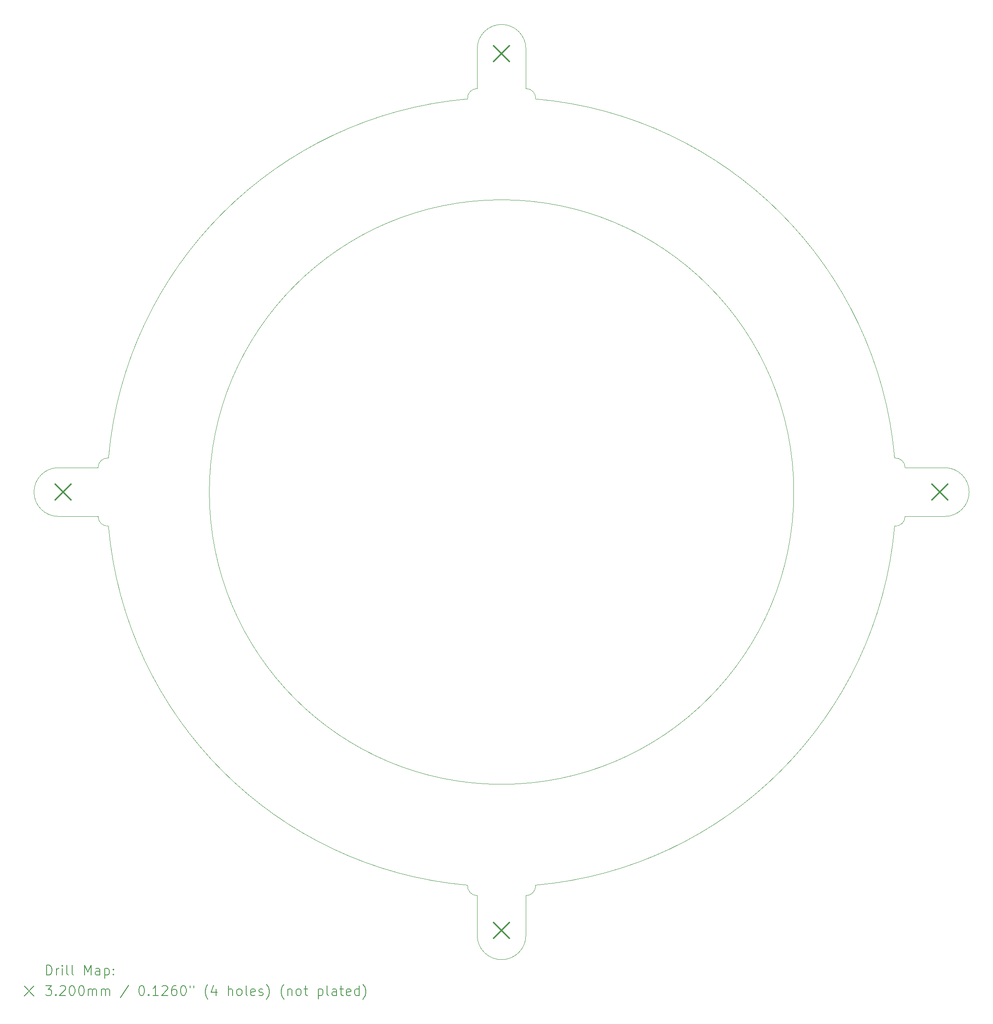
<source format=gbr>
%TF.GenerationSoftware,KiCad,Pcbnew,8.0.7*%
%TF.CreationDate,2025-02-08T00:47:40+09:00*%
%TF.ProjectId,LINESensorV1,4c494e45-5365-46e7-936f-7256312e6b69,rev?*%
%TF.SameCoordinates,Original*%
%TF.FileFunction,Drillmap*%
%TF.FilePolarity,Positive*%
%FSLAX45Y45*%
G04 Gerber Fmt 4.5, Leading zero omitted, Abs format (unit mm)*
G04 Created by KiCad (PCBNEW 8.0.7) date 2025-02-08 00:47:40*
%MOMM*%
%LPD*%
G01*
G04 APERTURE LIST*
%ADD10C,0.050000*%
%ADD11C,0.200000*%
%ADD12C,0.320000*%
G04 APERTURE END LIST*
D10*
X21500000Y-5901000D02*
X21500000Y-6715000D01*
X12930081Y-14300007D02*
G75*
G02*
X20300566Y-6930033I8069919J-699993D01*
G01*
X27000000Y-15000000D02*
G75*
G02*
X15000000Y-15000000I-6000000J0D01*
G01*
X15000000Y-15000000D02*
G75*
G02*
X27000000Y-15000000I6000000J0D01*
G01*
X12930033Y-15699437D02*
G75*
G02*
X12715000Y-15501000I-15033J199437D01*
G01*
X20500000Y-5901000D02*
G75*
G02*
X21500000Y-5901000I500000J1000D01*
G01*
X21699441Y-6929951D02*
G75*
G02*
X29070000Y-14300000I-699441J-8070048D01*
G01*
X11900000Y-15500000D02*
G75*
G02*
X11900000Y-14500000I0J500000D01*
G01*
X20500000Y-5901000D02*
X20500000Y-6715000D01*
X29070000Y-14300000D02*
G75*
G02*
X29285562Y-14500000I15000J-200000D01*
G01*
X20300493Y-23070964D02*
G75*
G02*
X12929037Y-15699523I699507J8070964D01*
G01*
X21500000Y-6715000D02*
G75*
G02*
X21699440Y-6929958I0J-200000D01*
G01*
X30100000Y-15500000D02*
X29285562Y-15500000D01*
X21700000Y-23070000D02*
G75*
G02*
X21500000Y-23285562I-200000J-15000D01*
G01*
X29285562Y-15500000D02*
G75*
G02*
X29070000Y-15700000I-200562J0D01*
G01*
X20500000Y-23285000D02*
G75*
G02*
X20300493Y-23070964I0J200000D01*
G01*
X30100000Y-14500000D02*
X29285562Y-14500000D01*
X12715000Y-15501000D02*
X11900000Y-15500000D01*
X21500000Y-24100000D02*
G75*
G02*
X20500000Y-24100000I-500000J0D01*
G01*
X11900000Y-14500000D02*
X12714441Y-14499002D01*
X30100000Y-14500000D02*
G75*
G02*
X30100000Y-15500000I0J-500000D01*
G01*
X29070000Y-15700000D02*
G75*
G02*
X21700000Y-23070000I-8070000J700000D01*
G01*
X21500000Y-23285562D02*
X21500000Y-24100000D01*
X12714441Y-14499002D02*
G75*
G02*
X12930000Y-14300000I200559J-998D01*
G01*
X20500000Y-23285000D02*
X20500000Y-24100000D01*
X20300566Y-6930033D02*
G75*
G02*
X20500000Y-6715000I199434J15033D01*
G01*
D11*
D12*
X11840000Y-14840000D02*
X12160000Y-15160000D01*
X12160000Y-14840000D02*
X11840000Y-15160000D01*
X20840000Y-5840000D02*
X21160000Y-6160000D01*
X21160000Y-5840000D02*
X20840000Y-6160000D01*
X20840000Y-23840000D02*
X21160000Y-24160000D01*
X21160000Y-23840000D02*
X20840000Y-24160000D01*
X29840000Y-14840000D02*
X30160000Y-15160000D01*
X30160000Y-14840000D02*
X29840000Y-15160000D01*
D11*
X11658277Y-24913984D02*
X11658277Y-24713984D01*
X11658277Y-24713984D02*
X11705896Y-24713984D01*
X11705896Y-24713984D02*
X11734467Y-24723508D01*
X11734467Y-24723508D02*
X11753515Y-24742555D01*
X11753515Y-24742555D02*
X11763039Y-24761603D01*
X11763039Y-24761603D02*
X11772562Y-24799698D01*
X11772562Y-24799698D02*
X11772562Y-24828269D01*
X11772562Y-24828269D02*
X11763039Y-24866365D01*
X11763039Y-24866365D02*
X11753515Y-24885412D01*
X11753515Y-24885412D02*
X11734467Y-24904460D01*
X11734467Y-24904460D02*
X11705896Y-24913984D01*
X11705896Y-24913984D02*
X11658277Y-24913984D01*
X11858277Y-24913984D02*
X11858277Y-24780650D01*
X11858277Y-24818746D02*
X11867801Y-24799698D01*
X11867801Y-24799698D02*
X11877324Y-24790174D01*
X11877324Y-24790174D02*
X11896372Y-24780650D01*
X11896372Y-24780650D02*
X11915420Y-24780650D01*
X11982086Y-24913984D02*
X11982086Y-24780650D01*
X11982086Y-24713984D02*
X11972562Y-24723508D01*
X11972562Y-24723508D02*
X11982086Y-24733031D01*
X11982086Y-24733031D02*
X11991610Y-24723508D01*
X11991610Y-24723508D02*
X11982086Y-24713984D01*
X11982086Y-24713984D02*
X11982086Y-24733031D01*
X12105896Y-24913984D02*
X12086848Y-24904460D01*
X12086848Y-24904460D02*
X12077324Y-24885412D01*
X12077324Y-24885412D02*
X12077324Y-24713984D01*
X12210658Y-24913984D02*
X12191610Y-24904460D01*
X12191610Y-24904460D02*
X12182086Y-24885412D01*
X12182086Y-24885412D02*
X12182086Y-24713984D01*
X12439229Y-24913984D02*
X12439229Y-24713984D01*
X12439229Y-24713984D02*
X12505896Y-24856841D01*
X12505896Y-24856841D02*
X12572562Y-24713984D01*
X12572562Y-24713984D02*
X12572562Y-24913984D01*
X12753515Y-24913984D02*
X12753515Y-24809222D01*
X12753515Y-24809222D02*
X12743991Y-24790174D01*
X12743991Y-24790174D02*
X12724943Y-24780650D01*
X12724943Y-24780650D02*
X12686848Y-24780650D01*
X12686848Y-24780650D02*
X12667801Y-24790174D01*
X12753515Y-24904460D02*
X12734467Y-24913984D01*
X12734467Y-24913984D02*
X12686848Y-24913984D01*
X12686848Y-24913984D02*
X12667801Y-24904460D01*
X12667801Y-24904460D02*
X12658277Y-24885412D01*
X12658277Y-24885412D02*
X12658277Y-24866365D01*
X12658277Y-24866365D02*
X12667801Y-24847317D01*
X12667801Y-24847317D02*
X12686848Y-24837793D01*
X12686848Y-24837793D02*
X12734467Y-24837793D01*
X12734467Y-24837793D02*
X12753515Y-24828269D01*
X12848753Y-24780650D02*
X12848753Y-24980650D01*
X12848753Y-24790174D02*
X12867801Y-24780650D01*
X12867801Y-24780650D02*
X12905896Y-24780650D01*
X12905896Y-24780650D02*
X12924943Y-24790174D01*
X12924943Y-24790174D02*
X12934467Y-24799698D01*
X12934467Y-24799698D02*
X12943991Y-24818746D01*
X12943991Y-24818746D02*
X12943991Y-24875888D01*
X12943991Y-24875888D02*
X12934467Y-24894936D01*
X12934467Y-24894936D02*
X12924943Y-24904460D01*
X12924943Y-24904460D02*
X12905896Y-24913984D01*
X12905896Y-24913984D02*
X12867801Y-24913984D01*
X12867801Y-24913984D02*
X12848753Y-24904460D01*
X13029705Y-24894936D02*
X13039229Y-24904460D01*
X13039229Y-24904460D02*
X13029705Y-24913984D01*
X13029705Y-24913984D02*
X13020182Y-24904460D01*
X13020182Y-24904460D02*
X13029705Y-24894936D01*
X13029705Y-24894936D02*
X13029705Y-24913984D01*
X13029705Y-24790174D02*
X13039229Y-24799698D01*
X13039229Y-24799698D02*
X13029705Y-24809222D01*
X13029705Y-24809222D02*
X13020182Y-24799698D01*
X13020182Y-24799698D02*
X13029705Y-24790174D01*
X13029705Y-24790174D02*
X13029705Y-24809222D01*
X11197500Y-25142500D02*
X11397500Y-25342500D01*
X11397500Y-25142500D02*
X11197500Y-25342500D01*
X11639229Y-25133984D02*
X11763039Y-25133984D01*
X11763039Y-25133984D02*
X11696372Y-25210174D01*
X11696372Y-25210174D02*
X11724943Y-25210174D01*
X11724943Y-25210174D02*
X11743991Y-25219698D01*
X11743991Y-25219698D02*
X11753515Y-25229222D01*
X11753515Y-25229222D02*
X11763039Y-25248269D01*
X11763039Y-25248269D02*
X11763039Y-25295888D01*
X11763039Y-25295888D02*
X11753515Y-25314936D01*
X11753515Y-25314936D02*
X11743991Y-25324460D01*
X11743991Y-25324460D02*
X11724943Y-25333984D01*
X11724943Y-25333984D02*
X11667801Y-25333984D01*
X11667801Y-25333984D02*
X11648753Y-25324460D01*
X11648753Y-25324460D02*
X11639229Y-25314936D01*
X11848753Y-25314936D02*
X11858277Y-25324460D01*
X11858277Y-25324460D02*
X11848753Y-25333984D01*
X11848753Y-25333984D02*
X11839229Y-25324460D01*
X11839229Y-25324460D02*
X11848753Y-25314936D01*
X11848753Y-25314936D02*
X11848753Y-25333984D01*
X11934467Y-25153031D02*
X11943991Y-25143508D01*
X11943991Y-25143508D02*
X11963039Y-25133984D01*
X11963039Y-25133984D02*
X12010658Y-25133984D01*
X12010658Y-25133984D02*
X12029705Y-25143508D01*
X12029705Y-25143508D02*
X12039229Y-25153031D01*
X12039229Y-25153031D02*
X12048753Y-25172079D01*
X12048753Y-25172079D02*
X12048753Y-25191127D01*
X12048753Y-25191127D02*
X12039229Y-25219698D01*
X12039229Y-25219698D02*
X11924943Y-25333984D01*
X11924943Y-25333984D02*
X12048753Y-25333984D01*
X12172562Y-25133984D02*
X12191610Y-25133984D01*
X12191610Y-25133984D02*
X12210658Y-25143508D01*
X12210658Y-25143508D02*
X12220182Y-25153031D01*
X12220182Y-25153031D02*
X12229705Y-25172079D01*
X12229705Y-25172079D02*
X12239229Y-25210174D01*
X12239229Y-25210174D02*
X12239229Y-25257793D01*
X12239229Y-25257793D02*
X12229705Y-25295888D01*
X12229705Y-25295888D02*
X12220182Y-25314936D01*
X12220182Y-25314936D02*
X12210658Y-25324460D01*
X12210658Y-25324460D02*
X12191610Y-25333984D01*
X12191610Y-25333984D02*
X12172562Y-25333984D01*
X12172562Y-25333984D02*
X12153515Y-25324460D01*
X12153515Y-25324460D02*
X12143991Y-25314936D01*
X12143991Y-25314936D02*
X12134467Y-25295888D01*
X12134467Y-25295888D02*
X12124943Y-25257793D01*
X12124943Y-25257793D02*
X12124943Y-25210174D01*
X12124943Y-25210174D02*
X12134467Y-25172079D01*
X12134467Y-25172079D02*
X12143991Y-25153031D01*
X12143991Y-25153031D02*
X12153515Y-25143508D01*
X12153515Y-25143508D02*
X12172562Y-25133984D01*
X12363039Y-25133984D02*
X12382086Y-25133984D01*
X12382086Y-25133984D02*
X12401134Y-25143508D01*
X12401134Y-25143508D02*
X12410658Y-25153031D01*
X12410658Y-25153031D02*
X12420182Y-25172079D01*
X12420182Y-25172079D02*
X12429705Y-25210174D01*
X12429705Y-25210174D02*
X12429705Y-25257793D01*
X12429705Y-25257793D02*
X12420182Y-25295888D01*
X12420182Y-25295888D02*
X12410658Y-25314936D01*
X12410658Y-25314936D02*
X12401134Y-25324460D01*
X12401134Y-25324460D02*
X12382086Y-25333984D01*
X12382086Y-25333984D02*
X12363039Y-25333984D01*
X12363039Y-25333984D02*
X12343991Y-25324460D01*
X12343991Y-25324460D02*
X12334467Y-25314936D01*
X12334467Y-25314936D02*
X12324943Y-25295888D01*
X12324943Y-25295888D02*
X12315420Y-25257793D01*
X12315420Y-25257793D02*
X12315420Y-25210174D01*
X12315420Y-25210174D02*
X12324943Y-25172079D01*
X12324943Y-25172079D02*
X12334467Y-25153031D01*
X12334467Y-25153031D02*
X12343991Y-25143508D01*
X12343991Y-25143508D02*
X12363039Y-25133984D01*
X12515420Y-25333984D02*
X12515420Y-25200650D01*
X12515420Y-25219698D02*
X12524943Y-25210174D01*
X12524943Y-25210174D02*
X12543991Y-25200650D01*
X12543991Y-25200650D02*
X12572563Y-25200650D01*
X12572563Y-25200650D02*
X12591610Y-25210174D01*
X12591610Y-25210174D02*
X12601134Y-25229222D01*
X12601134Y-25229222D02*
X12601134Y-25333984D01*
X12601134Y-25229222D02*
X12610658Y-25210174D01*
X12610658Y-25210174D02*
X12629705Y-25200650D01*
X12629705Y-25200650D02*
X12658277Y-25200650D01*
X12658277Y-25200650D02*
X12677324Y-25210174D01*
X12677324Y-25210174D02*
X12686848Y-25229222D01*
X12686848Y-25229222D02*
X12686848Y-25333984D01*
X12782086Y-25333984D02*
X12782086Y-25200650D01*
X12782086Y-25219698D02*
X12791610Y-25210174D01*
X12791610Y-25210174D02*
X12810658Y-25200650D01*
X12810658Y-25200650D02*
X12839229Y-25200650D01*
X12839229Y-25200650D02*
X12858277Y-25210174D01*
X12858277Y-25210174D02*
X12867801Y-25229222D01*
X12867801Y-25229222D02*
X12867801Y-25333984D01*
X12867801Y-25229222D02*
X12877324Y-25210174D01*
X12877324Y-25210174D02*
X12896372Y-25200650D01*
X12896372Y-25200650D02*
X12924943Y-25200650D01*
X12924943Y-25200650D02*
X12943991Y-25210174D01*
X12943991Y-25210174D02*
X12953515Y-25229222D01*
X12953515Y-25229222D02*
X12953515Y-25333984D01*
X13343991Y-25124460D02*
X13172563Y-25381603D01*
X13601134Y-25133984D02*
X13620182Y-25133984D01*
X13620182Y-25133984D02*
X13639229Y-25143508D01*
X13639229Y-25143508D02*
X13648753Y-25153031D01*
X13648753Y-25153031D02*
X13658277Y-25172079D01*
X13658277Y-25172079D02*
X13667801Y-25210174D01*
X13667801Y-25210174D02*
X13667801Y-25257793D01*
X13667801Y-25257793D02*
X13658277Y-25295888D01*
X13658277Y-25295888D02*
X13648753Y-25314936D01*
X13648753Y-25314936D02*
X13639229Y-25324460D01*
X13639229Y-25324460D02*
X13620182Y-25333984D01*
X13620182Y-25333984D02*
X13601134Y-25333984D01*
X13601134Y-25333984D02*
X13582086Y-25324460D01*
X13582086Y-25324460D02*
X13572563Y-25314936D01*
X13572563Y-25314936D02*
X13563039Y-25295888D01*
X13563039Y-25295888D02*
X13553515Y-25257793D01*
X13553515Y-25257793D02*
X13553515Y-25210174D01*
X13553515Y-25210174D02*
X13563039Y-25172079D01*
X13563039Y-25172079D02*
X13572563Y-25153031D01*
X13572563Y-25153031D02*
X13582086Y-25143508D01*
X13582086Y-25143508D02*
X13601134Y-25133984D01*
X13753515Y-25314936D02*
X13763039Y-25324460D01*
X13763039Y-25324460D02*
X13753515Y-25333984D01*
X13753515Y-25333984D02*
X13743991Y-25324460D01*
X13743991Y-25324460D02*
X13753515Y-25314936D01*
X13753515Y-25314936D02*
X13753515Y-25333984D01*
X13953515Y-25333984D02*
X13839229Y-25333984D01*
X13896372Y-25333984D02*
X13896372Y-25133984D01*
X13896372Y-25133984D02*
X13877325Y-25162555D01*
X13877325Y-25162555D02*
X13858277Y-25181603D01*
X13858277Y-25181603D02*
X13839229Y-25191127D01*
X14029706Y-25153031D02*
X14039229Y-25143508D01*
X14039229Y-25143508D02*
X14058277Y-25133984D01*
X14058277Y-25133984D02*
X14105896Y-25133984D01*
X14105896Y-25133984D02*
X14124944Y-25143508D01*
X14124944Y-25143508D02*
X14134467Y-25153031D01*
X14134467Y-25153031D02*
X14143991Y-25172079D01*
X14143991Y-25172079D02*
X14143991Y-25191127D01*
X14143991Y-25191127D02*
X14134467Y-25219698D01*
X14134467Y-25219698D02*
X14020182Y-25333984D01*
X14020182Y-25333984D02*
X14143991Y-25333984D01*
X14315420Y-25133984D02*
X14277325Y-25133984D01*
X14277325Y-25133984D02*
X14258277Y-25143508D01*
X14258277Y-25143508D02*
X14248753Y-25153031D01*
X14248753Y-25153031D02*
X14229706Y-25181603D01*
X14229706Y-25181603D02*
X14220182Y-25219698D01*
X14220182Y-25219698D02*
X14220182Y-25295888D01*
X14220182Y-25295888D02*
X14229706Y-25314936D01*
X14229706Y-25314936D02*
X14239229Y-25324460D01*
X14239229Y-25324460D02*
X14258277Y-25333984D01*
X14258277Y-25333984D02*
X14296372Y-25333984D01*
X14296372Y-25333984D02*
X14315420Y-25324460D01*
X14315420Y-25324460D02*
X14324944Y-25314936D01*
X14324944Y-25314936D02*
X14334467Y-25295888D01*
X14334467Y-25295888D02*
X14334467Y-25248269D01*
X14334467Y-25248269D02*
X14324944Y-25229222D01*
X14324944Y-25229222D02*
X14315420Y-25219698D01*
X14315420Y-25219698D02*
X14296372Y-25210174D01*
X14296372Y-25210174D02*
X14258277Y-25210174D01*
X14258277Y-25210174D02*
X14239229Y-25219698D01*
X14239229Y-25219698D02*
X14229706Y-25229222D01*
X14229706Y-25229222D02*
X14220182Y-25248269D01*
X14458277Y-25133984D02*
X14477325Y-25133984D01*
X14477325Y-25133984D02*
X14496372Y-25143508D01*
X14496372Y-25143508D02*
X14505896Y-25153031D01*
X14505896Y-25153031D02*
X14515420Y-25172079D01*
X14515420Y-25172079D02*
X14524944Y-25210174D01*
X14524944Y-25210174D02*
X14524944Y-25257793D01*
X14524944Y-25257793D02*
X14515420Y-25295888D01*
X14515420Y-25295888D02*
X14505896Y-25314936D01*
X14505896Y-25314936D02*
X14496372Y-25324460D01*
X14496372Y-25324460D02*
X14477325Y-25333984D01*
X14477325Y-25333984D02*
X14458277Y-25333984D01*
X14458277Y-25333984D02*
X14439229Y-25324460D01*
X14439229Y-25324460D02*
X14429706Y-25314936D01*
X14429706Y-25314936D02*
X14420182Y-25295888D01*
X14420182Y-25295888D02*
X14410658Y-25257793D01*
X14410658Y-25257793D02*
X14410658Y-25210174D01*
X14410658Y-25210174D02*
X14420182Y-25172079D01*
X14420182Y-25172079D02*
X14429706Y-25153031D01*
X14429706Y-25153031D02*
X14439229Y-25143508D01*
X14439229Y-25143508D02*
X14458277Y-25133984D01*
X14601134Y-25133984D02*
X14601134Y-25172079D01*
X14677325Y-25133984D02*
X14677325Y-25172079D01*
X14972563Y-25410174D02*
X14963039Y-25400650D01*
X14963039Y-25400650D02*
X14943991Y-25372079D01*
X14943991Y-25372079D02*
X14934468Y-25353031D01*
X14934468Y-25353031D02*
X14924944Y-25324460D01*
X14924944Y-25324460D02*
X14915420Y-25276841D01*
X14915420Y-25276841D02*
X14915420Y-25238746D01*
X14915420Y-25238746D02*
X14924944Y-25191127D01*
X14924944Y-25191127D02*
X14934468Y-25162555D01*
X14934468Y-25162555D02*
X14943991Y-25143508D01*
X14943991Y-25143508D02*
X14963039Y-25114936D01*
X14963039Y-25114936D02*
X14972563Y-25105412D01*
X15134468Y-25200650D02*
X15134468Y-25333984D01*
X15086848Y-25124460D02*
X15039229Y-25267317D01*
X15039229Y-25267317D02*
X15163039Y-25267317D01*
X15391610Y-25333984D02*
X15391610Y-25133984D01*
X15477325Y-25333984D02*
X15477325Y-25229222D01*
X15477325Y-25229222D02*
X15467801Y-25210174D01*
X15467801Y-25210174D02*
X15448753Y-25200650D01*
X15448753Y-25200650D02*
X15420182Y-25200650D01*
X15420182Y-25200650D02*
X15401134Y-25210174D01*
X15401134Y-25210174D02*
X15391610Y-25219698D01*
X15601134Y-25333984D02*
X15582087Y-25324460D01*
X15582087Y-25324460D02*
X15572563Y-25314936D01*
X15572563Y-25314936D02*
X15563039Y-25295888D01*
X15563039Y-25295888D02*
X15563039Y-25238746D01*
X15563039Y-25238746D02*
X15572563Y-25219698D01*
X15572563Y-25219698D02*
X15582087Y-25210174D01*
X15582087Y-25210174D02*
X15601134Y-25200650D01*
X15601134Y-25200650D02*
X15629706Y-25200650D01*
X15629706Y-25200650D02*
X15648753Y-25210174D01*
X15648753Y-25210174D02*
X15658277Y-25219698D01*
X15658277Y-25219698D02*
X15667801Y-25238746D01*
X15667801Y-25238746D02*
X15667801Y-25295888D01*
X15667801Y-25295888D02*
X15658277Y-25314936D01*
X15658277Y-25314936D02*
X15648753Y-25324460D01*
X15648753Y-25324460D02*
X15629706Y-25333984D01*
X15629706Y-25333984D02*
X15601134Y-25333984D01*
X15782087Y-25333984D02*
X15763039Y-25324460D01*
X15763039Y-25324460D02*
X15753515Y-25305412D01*
X15753515Y-25305412D02*
X15753515Y-25133984D01*
X15934468Y-25324460D02*
X15915420Y-25333984D01*
X15915420Y-25333984D02*
X15877325Y-25333984D01*
X15877325Y-25333984D02*
X15858277Y-25324460D01*
X15858277Y-25324460D02*
X15848753Y-25305412D01*
X15848753Y-25305412D02*
X15848753Y-25229222D01*
X15848753Y-25229222D02*
X15858277Y-25210174D01*
X15858277Y-25210174D02*
X15877325Y-25200650D01*
X15877325Y-25200650D02*
X15915420Y-25200650D01*
X15915420Y-25200650D02*
X15934468Y-25210174D01*
X15934468Y-25210174D02*
X15943991Y-25229222D01*
X15943991Y-25229222D02*
X15943991Y-25248269D01*
X15943991Y-25248269D02*
X15848753Y-25267317D01*
X16020182Y-25324460D02*
X16039230Y-25333984D01*
X16039230Y-25333984D02*
X16077325Y-25333984D01*
X16077325Y-25333984D02*
X16096372Y-25324460D01*
X16096372Y-25324460D02*
X16105896Y-25305412D01*
X16105896Y-25305412D02*
X16105896Y-25295888D01*
X16105896Y-25295888D02*
X16096372Y-25276841D01*
X16096372Y-25276841D02*
X16077325Y-25267317D01*
X16077325Y-25267317D02*
X16048753Y-25267317D01*
X16048753Y-25267317D02*
X16029706Y-25257793D01*
X16029706Y-25257793D02*
X16020182Y-25238746D01*
X16020182Y-25238746D02*
X16020182Y-25229222D01*
X16020182Y-25229222D02*
X16029706Y-25210174D01*
X16029706Y-25210174D02*
X16048753Y-25200650D01*
X16048753Y-25200650D02*
X16077325Y-25200650D01*
X16077325Y-25200650D02*
X16096372Y-25210174D01*
X16172563Y-25410174D02*
X16182087Y-25400650D01*
X16182087Y-25400650D02*
X16201134Y-25372079D01*
X16201134Y-25372079D02*
X16210658Y-25353031D01*
X16210658Y-25353031D02*
X16220182Y-25324460D01*
X16220182Y-25324460D02*
X16229706Y-25276841D01*
X16229706Y-25276841D02*
X16229706Y-25238746D01*
X16229706Y-25238746D02*
X16220182Y-25191127D01*
X16220182Y-25191127D02*
X16210658Y-25162555D01*
X16210658Y-25162555D02*
X16201134Y-25143508D01*
X16201134Y-25143508D02*
X16182087Y-25114936D01*
X16182087Y-25114936D02*
X16172563Y-25105412D01*
X16534468Y-25410174D02*
X16524944Y-25400650D01*
X16524944Y-25400650D02*
X16505896Y-25372079D01*
X16505896Y-25372079D02*
X16496372Y-25353031D01*
X16496372Y-25353031D02*
X16486849Y-25324460D01*
X16486849Y-25324460D02*
X16477325Y-25276841D01*
X16477325Y-25276841D02*
X16477325Y-25238746D01*
X16477325Y-25238746D02*
X16486849Y-25191127D01*
X16486849Y-25191127D02*
X16496372Y-25162555D01*
X16496372Y-25162555D02*
X16505896Y-25143508D01*
X16505896Y-25143508D02*
X16524944Y-25114936D01*
X16524944Y-25114936D02*
X16534468Y-25105412D01*
X16610658Y-25200650D02*
X16610658Y-25333984D01*
X16610658Y-25219698D02*
X16620182Y-25210174D01*
X16620182Y-25210174D02*
X16639230Y-25200650D01*
X16639230Y-25200650D02*
X16667801Y-25200650D01*
X16667801Y-25200650D02*
X16686849Y-25210174D01*
X16686849Y-25210174D02*
X16696372Y-25229222D01*
X16696372Y-25229222D02*
X16696372Y-25333984D01*
X16820182Y-25333984D02*
X16801134Y-25324460D01*
X16801134Y-25324460D02*
X16791611Y-25314936D01*
X16791611Y-25314936D02*
X16782087Y-25295888D01*
X16782087Y-25295888D02*
X16782087Y-25238746D01*
X16782087Y-25238746D02*
X16791611Y-25219698D01*
X16791611Y-25219698D02*
X16801134Y-25210174D01*
X16801134Y-25210174D02*
X16820182Y-25200650D01*
X16820182Y-25200650D02*
X16848754Y-25200650D01*
X16848754Y-25200650D02*
X16867801Y-25210174D01*
X16867801Y-25210174D02*
X16877325Y-25219698D01*
X16877325Y-25219698D02*
X16886849Y-25238746D01*
X16886849Y-25238746D02*
X16886849Y-25295888D01*
X16886849Y-25295888D02*
X16877325Y-25314936D01*
X16877325Y-25314936D02*
X16867801Y-25324460D01*
X16867801Y-25324460D02*
X16848754Y-25333984D01*
X16848754Y-25333984D02*
X16820182Y-25333984D01*
X16943992Y-25200650D02*
X17020182Y-25200650D01*
X16972563Y-25133984D02*
X16972563Y-25305412D01*
X16972563Y-25305412D02*
X16982087Y-25324460D01*
X16982087Y-25324460D02*
X17001134Y-25333984D01*
X17001134Y-25333984D02*
X17020182Y-25333984D01*
X17239230Y-25200650D02*
X17239230Y-25400650D01*
X17239230Y-25210174D02*
X17258277Y-25200650D01*
X17258277Y-25200650D02*
X17296373Y-25200650D01*
X17296373Y-25200650D02*
X17315420Y-25210174D01*
X17315420Y-25210174D02*
X17324944Y-25219698D01*
X17324944Y-25219698D02*
X17334468Y-25238746D01*
X17334468Y-25238746D02*
X17334468Y-25295888D01*
X17334468Y-25295888D02*
X17324944Y-25314936D01*
X17324944Y-25314936D02*
X17315420Y-25324460D01*
X17315420Y-25324460D02*
X17296373Y-25333984D01*
X17296373Y-25333984D02*
X17258277Y-25333984D01*
X17258277Y-25333984D02*
X17239230Y-25324460D01*
X17448754Y-25333984D02*
X17429706Y-25324460D01*
X17429706Y-25324460D02*
X17420182Y-25305412D01*
X17420182Y-25305412D02*
X17420182Y-25133984D01*
X17610658Y-25333984D02*
X17610658Y-25229222D01*
X17610658Y-25229222D02*
X17601135Y-25210174D01*
X17601135Y-25210174D02*
X17582087Y-25200650D01*
X17582087Y-25200650D02*
X17543992Y-25200650D01*
X17543992Y-25200650D02*
X17524944Y-25210174D01*
X17610658Y-25324460D02*
X17591611Y-25333984D01*
X17591611Y-25333984D02*
X17543992Y-25333984D01*
X17543992Y-25333984D02*
X17524944Y-25324460D01*
X17524944Y-25324460D02*
X17515420Y-25305412D01*
X17515420Y-25305412D02*
X17515420Y-25286365D01*
X17515420Y-25286365D02*
X17524944Y-25267317D01*
X17524944Y-25267317D02*
X17543992Y-25257793D01*
X17543992Y-25257793D02*
X17591611Y-25257793D01*
X17591611Y-25257793D02*
X17610658Y-25248269D01*
X17677325Y-25200650D02*
X17753515Y-25200650D01*
X17705896Y-25133984D02*
X17705896Y-25305412D01*
X17705896Y-25305412D02*
X17715420Y-25324460D01*
X17715420Y-25324460D02*
X17734468Y-25333984D01*
X17734468Y-25333984D02*
X17753515Y-25333984D01*
X17896373Y-25324460D02*
X17877325Y-25333984D01*
X17877325Y-25333984D02*
X17839230Y-25333984D01*
X17839230Y-25333984D02*
X17820182Y-25324460D01*
X17820182Y-25324460D02*
X17810658Y-25305412D01*
X17810658Y-25305412D02*
X17810658Y-25229222D01*
X17810658Y-25229222D02*
X17820182Y-25210174D01*
X17820182Y-25210174D02*
X17839230Y-25200650D01*
X17839230Y-25200650D02*
X17877325Y-25200650D01*
X17877325Y-25200650D02*
X17896373Y-25210174D01*
X17896373Y-25210174D02*
X17905896Y-25229222D01*
X17905896Y-25229222D02*
X17905896Y-25248269D01*
X17905896Y-25248269D02*
X17810658Y-25267317D01*
X18077325Y-25333984D02*
X18077325Y-25133984D01*
X18077325Y-25324460D02*
X18058277Y-25333984D01*
X18058277Y-25333984D02*
X18020182Y-25333984D01*
X18020182Y-25333984D02*
X18001135Y-25324460D01*
X18001135Y-25324460D02*
X17991611Y-25314936D01*
X17991611Y-25314936D02*
X17982087Y-25295888D01*
X17982087Y-25295888D02*
X17982087Y-25238746D01*
X17982087Y-25238746D02*
X17991611Y-25219698D01*
X17991611Y-25219698D02*
X18001135Y-25210174D01*
X18001135Y-25210174D02*
X18020182Y-25200650D01*
X18020182Y-25200650D02*
X18058277Y-25200650D01*
X18058277Y-25200650D02*
X18077325Y-25210174D01*
X18153516Y-25410174D02*
X18163039Y-25400650D01*
X18163039Y-25400650D02*
X18182087Y-25372079D01*
X18182087Y-25372079D02*
X18191611Y-25353031D01*
X18191611Y-25353031D02*
X18201135Y-25324460D01*
X18201135Y-25324460D02*
X18210658Y-25276841D01*
X18210658Y-25276841D02*
X18210658Y-25238746D01*
X18210658Y-25238746D02*
X18201135Y-25191127D01*
X18201135Y-25191127D02*
X18191611Y-25162555D01*
X18191611Y-25162555D02*
X18182087Y-25143508D01*
X18182087Y-25143508D02*
X18163039Y-25114936D01*
X18163039Y-25114936D02*
X18153516Y-25105412D01*
M02*

</source>
